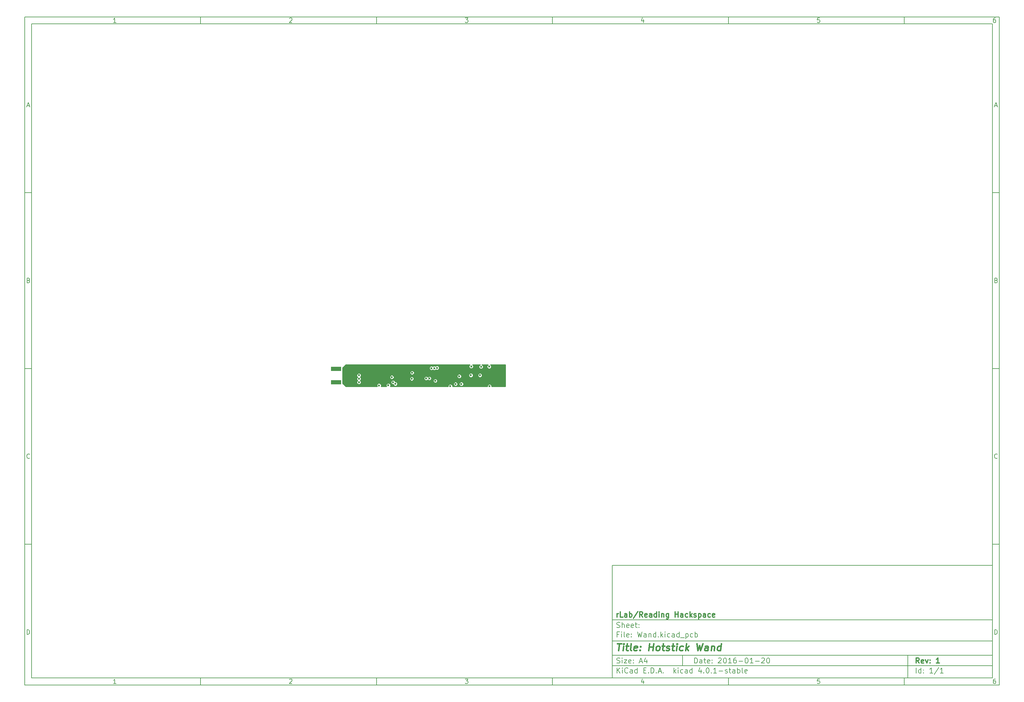
<source format=gbr>
G04 #@! TF.FileFunction,Copper,L2,Inr,Plane*
%FSLAX46Y46*%
G04 Gerber Fmt 4.6, Leading zero omitted, Abs format (unit mm)*
G04 Created by KiCad (PCBNEW 4.0.1-stable) date 29/01/2016 19:20:18*
%MOMM*%
G01*
G04 APERTURE LIST*
%ADD10C,0.100000*%
%ADD11C,0.150000*%
%ADD12C,0.300000*%
%ADD13C,0.400000*%
%ADD14R,3.000000X1.200000*%
%ADD15C,0.600000*%
%ADD16C,0.250000*%
%ADD17C,0.254000*%
G04 APERTURE END LIST*
D10*
D11*
X177002200Y-166007200D02*
X177002200Y-198007200D01*
X285002200Y-198007200D01*
X285002200Y-166007200D01*
X177002200Y-166007200D01*
D10*
D11*
X10000000Y-10000000D02*
X10000000Y-200007200D01*
X287002200Y-200007200D01*
X287002200Y-10000000D01*
X10000000Y-10000000D01*
D10*
D11*
X12000000Y-12000000D02*
X12000000Y-198007200D01*
X285002200Y-198007200D01*
X285002200Y-12000000D01*
X12000000Y-12000000D01*
D10*
D11*
X60000000Y-12000000D02*
X60000000Y-10000000D01*
D10*
D11*
X110000000Y-12000000D02*
X110000000Y-10000000D01*
D10*
D11*
X160000000Y-12000000D02*
X160000000Y-10000000D01*
D10*
D11*
X210000000Y-12000000D02*
X210000000Y-10000000D01*
D10*
D11*
X260000000Y-12000000D02*
X260000000Y-10000000D01*
D10*
D11*
X35990476Y-11588095D02*
X35247619Y-11588095D01*
X35619048Y-11588095D02*
X35619048Y-10288095D01*
X35495238Y-10473810D01*
X35371429Y-10597619D01*
X35247619Y-10659524D01*
D10*
D11*
X85247619Y-10411905D02*
X85309524Y-10350000D01*
X85433333Y-10288095D01*
X85742857Y-10288095D01*
X85866667Y-10350000D01*
X85928571Y-10411905D01*
X85990476Y-10535714D01*
X85990476Y-10659524D01*
X85928571Y-10845238D01*
X85185714Y-11588095D01*
X85990476Y-11588095D01*
D10*
D11*
X135185714Y-10288095D02*
X135990476Y-10288095D01*
X135557143Y-10783333D01*
X135742857Y-10783333D01*
X135866667Y-10845238D01*
X135928571Y-10907143D01*
X135990476Y-11030952D01*
X135990476Y-11340476D01*
X135928571Y-11464286D01*
X135866667Y-11526190D01*
X135742857Y-11588095D01*
X135371429Y-11588095D01*
X135247619Y-11526190D01*
X135185714Y-11464286D01*
D10*
D11*
X185866667Y-10721429D02*
X185866667Y-11588095D01*
X185557143Y-10226190D02*
X185247619Y-11154762D01*
X186052381Y-11154762D01*
D10*
D11*
X235928571Y-10288095D02*
X235309524Y-10288095D01*
X235247619Y-10907143D01*
X235309524Y-10845238D01*
X235433333Y-10783333D01*
X235742857Y-10783333D01*
X235866667Y-10845238D01*
X235928571Y-10907143D01*
X235990476Y-11030952D01*
X235990476Y-11340476D01*
X235928571Y-11464286D01*
X235866667Y-11526190D01*
X235742857Y-11588095D01*
X235433333Y-11588095D01*
X235309524Y-11526190D01*
X235247619Y-11464286D01*
D10*
D11*
X285866667Y-10288095D02*
X285619048Y-10288095D01*
X285495238Y-10350000D01*
X285433333Y-10411905D01*
X285309524Y-10597619D01*
X285247619Y-10845238D01*
X285247619Y-11340476D01*
X285309524Y-11464286D01*
X285371429Y-11526190D01*
X285495238Y-11588095D01*
X285742857Y-11588095D01*
X285866667Y-11526190D01*
X285928571Y-11464286D01*
X285990476Y-11340476D01*
X285990476Y-11030952D01*
X285928571Y-10907143D01*
X285866667Y-10845238D01*
X285742857Y-10783333D01*
X285495238Y-10783333D01*
X285371429Y-10845238D01*
X285309524Y-10907143D01*
X285247619Y-11030952D01*
D10*
D11*
X60000000Y-198007200D02*
X60000000Y-200007200D01*
D10*
D11*
X110000000Y-198007200D02*
X110000000Y-200007200D01*
D10*
D11*
X160000000Y-198007200D02*
X160000000Y-200007200D01*
D10*
D11*
X210000000Y-198007200D02*
X210000000Y-200007200D01*
D10*
D11*
X260000000Y-198007200D02*
X260000000Y-200007200D01*
D10*
D11*
X35990476Y-199595295D02*
X35247619Y-199595295D01*
X35619048Y-199595295D02*
X35619048Y-198295295D01*
X35495238Y-198481010D01*
X35371429Y-198604819D01*
X35247619Y-198666724D01*
D10*
D11*
X85247619Y-198419105D02*
X85309524Y-198357200D01*
X85433333Y-198295295D01*
X85742857Y-198295295D01*
X85866667Y-198357200D01*
X85928571Y-198419105D01*
X85990476Y-198542914D01*
X85990476Y-198666724D01*
X85928571Y-198852438D01*
X85185714Y-199595295D01*
X85990476Y-199595295D01*
D10*
D11*
X135185714Y-198295295D02*
X135990476Y-198295295D01*
X135557143Y-198790533D01*
X135742857Y-198790533D01*
X135866667Y-198852438D01*
X135928571Y-198914343D01*
X135990476Y-199038152D01*
X135990476Y-199347676D01*
X135928571Y-199471486D01*
X135866667Y-199533390D01*
X135742857Y-199595295D01*
X135371429Y-199595295D01*
X135247619Y-199533390D01*
X135185714Y-199471486D01*
D10*
D11*
X185866667Y-198728629D02*
X185866667Y-199595295D01*
X185557143Y-198233390D02*
X185247619Y-199161962D01*
X186052381Y-199161962D01*
D10*
D11*
X235928571Y-198295295D02*
X235309524Y-198295295D01*
X235247619Y-198914343D01*
X235309524Y-198852438D01*
X235433333Y-198790533D01*
X235742857Y-198790533D01*
X235866667Y-198852438D01*
X235928571Y-198914343D01*
X235990476Y-199038152D01*
X235990476Y-199347676D01*
X235928571Y-199471486D01*
X235866667Y-199533390D01*
X235742857Y-199595295D01*
X235433333Y-199595295D01*
X235309524Y-199533390D01*
X235247619Y-199471486D01*
D10*
D11*
X285866667Y-198295295D02*
X285619048Y-198295295D01*
X285495238Y-198357200D01*
X285433333Y-198419105D01*
X285309524Y-198604819D01*
X285247619Y-198852438D01*
X285247619Y-199347676D01*
X285309524Y-199471486D01*
X285371429Y-199533390D01*
X285495238Y-199595295D01*
X285742857Y-199595295D01*
X285866667Y-199533390D01*
X285928571Y-199471486D01*
X285990476Y-199347676D01*
X285990476Y-199038152D01*
X285928571Y-198914343D01*
X285866667Y-198852438D01*
X285742857Y-198790533D01*
X285495238Y-198790533D01*
X285371429Y-198852438D01*
X285309524Y-198914343D01*
X285247619Y-199038152D01*
D10*
D11*
X10000000Y-60000000D02*
X12000000Y-60000000D01*
D10*
D11*
X10000000Y-110000000D02*
X12000000Y-110000000D01*
D10*
D11*
X10000000Y-160000000D02*
X12000000Y-160000000D01*
D10*
D11*
X10690476Y-35216667D02*
X11309524Y-35216667D01*
X10566667Y-35588095D02*
X11000000Y-34288095D01*
X11433333Y-35588095D01*
D10*
D11*
X11092857Y-84907143D02*
X11278571Y-84969048D01*
X11340476Y-85030952D01*
X11402381Y-85154762D01*
X11402381Y-85340476D01*
X11340476Y-85464286D01*
X11278571Y-85526190D01*
X11154762Y-85588095D01*
X10659524Y-85588095D01*
X10659524Y-84288095D01*
X11092857Y-84288095D01*
X11216667Y-84350000D01*
X11278571Y-84411905D01*
X11340476Y-84535714D01*
X11340476Y-84659524D01*
X11278571Y-84783333D01*
X11216667Y-84845238D01*
X11092857Y-84907143D01*
X10659524Y-84907143D01*
D10*
D11*
X11402381Y-135464286D02*
X11340476Y-135526190D01*
X11154762Y-135588095D01*
X11030952Y-135588095D01*
X10845238Y-135526190D01*
X10721429Y-135402381D01*
X10659524Y-135278571D01*
X10597619Y-135030952D01*
X10597619Y-134845238D01*
X10659524Y-134597619D01*
X10721429Y-134473810D01*
X10845238Y-134350000D01*
X11030952Y-134288095D01*
X11154762Y-134288095D01*
X11340476Y-134350000D01*
X11402381Y-134411905D01*
D10*
D11*
X10659524Y-185588095D02*
X10659524Y-184288095D01*
X10969048Y-184288095D01*
X11154762Y-184350000D01*
X11278571Y-184473810D01*
X11340476Y-184597619D01*
X11402381Y-184845238D01*
X11402381Y-185030952D01*
X11340476Y-185278571D01*
X11278571Y-185402381D01*
X11154762Y-185526190D01*
X10969048Y-185588095D01*
X10659524Y-185588095D01*
D10*
D11*
X287002200Y-60000000D02*
X285002200Y-60000000D01*
D10*
D11*
X287002200Y-110000000D02*
X285002200Y-110000000D01*
D10*
D11*
X287002200Y-160000000D02*
X285002200Y-160000000D01*
D10*
D11*
X285692676Y-35216667D02*
X286311724Y-35216667D01*
X285568867Y-35588095D02*
X286002200Y-34288095D01*
X286435533Y-35588095D01*
D10*
D11*
X286095057Y-84907143D02*
X286280771Y-84969048D01*
X286342676Y-85030952D01*
X286404581Y-85154762D01*
X286404581Y-85340476D01*
X286342676Y-85464286D01*
X286280771Y-85526190D01*
X286156962Y-85588095D01*
X285661724Y-85588095D01*
X285661724Y-84288095D01*
X286095057Y-84288095D01*
X286218867Y-84350000D01*
X286280771Y-84411905D01*
X286342676Y-84535714D01*
X286342676Y-84659524D01*
X286280771Y-84783333D01*
X286218867Y-84845238D01*
X286095057Y-84907143D01*
X285661724Y-84907143D01*
D10*
D11*
X286404581Y-135464286D02*
X286342676Y-135526190D01*
X286156962Y-135588095D01*
X286033152Y-135588095D01*
X285847438Y-135526190D01*
X285723629Y-135402381D01*
X285661724Y-135278571D01*
X285599819Y-135030952D01*
X285599819Y-134845238D01*
X285661724Y-134597619D01*
X285723629Y-134473810D01*
X285847438Y-134350000D01*
X286033152Y-134288095D01*
X286156962Y-134288095D01*
X286342676Y-134350000D01*
X286404581Y-134411905D01*
D10*
D11*
X285661724Y-185588095D02*
X285661724Y-184288095D01*
X285971248Y-184288095D01*
X286156962Y-184350000D01*
X286280771Y-184473810D01*
X286342676Y-184597619D01*
X286404581Y-184845238D01*
X286404581Y-185030952D01*
X286342676Y-185278571D01*
X286280771Y-185402381D01*
X286156962Y-185526190D01*
X285971248Y-185588095D01*
X285661724Y-185588095D01*
D10*
D11*
X200359343Y-193785771D02*
X200359343Y-192285771D01*
X200716486Y-192285771D01*
X200930771Y-192357200D01*
X201073629Y-192500057D01*
X201145057Y-192642914D01*
X201216486Y-192928629D01*
X201216486Y-193142914D01*
X201145057Y-193428629D01*
X201073629Y-193571486D01*
X200930771Y-193714343D01*
X200716486Y-193785771D01*
X200359343Y-193785771D01*
X202502200Y-193785771D02*
X202502200Y-193000057D01*
X202430771Y-192857200D01*
X202287914Y-192785771D01*
X202002200Y-192785771D01*
X201859343Y-192857200D01*
X202502200Y-193714343D02*
X202359343Y-193785771D01*
X202002200Y-193785771D01*
X201859343Y-193714343D01*
X201787914Y-193571486D01*
X201787914Y-193428629D01*
X201859343Y-193285771D01*
X202002200Y-193214343D01*
X202359343Y-193214343D01*
X202502200Y-193142914D01*
X203002200Y-192785771D02*
X203573629Y-192785771D01*
X203216486Y-192285771D02*
X203216486Y-193571486D01*
X203287914Y-193714343D01*
X203430772Y-193785771D01*
X203573629Y-193785771D01*
X204645057Y-193714343D02*
X204502200Y-193785771D01*
X204216486Y-193785771D01*
X204073629Y-193714343D01*
X204002200Y-193571486D01*
X204002200Y-193000057D01*
X204073629Y-192857200D01*
X204216486Y-192785771D01*
X204502200Y-192785771D01*
X204645057Y-192857200D01*
X204716486Y-193000057D01*
X204716486Y-193142914D01*
X204002200Y-193285771D01*
X205359343Y-193642914D02*
X205430771Y-193714343D01*
X205359343Y-193785771D01*
X205287914Y-193714343D01*
X205359343Y-193642914D01*
X205359343Y-193785771D01*
X205359343Y-192857200D02*
X205430771Y-192928629D01*
X205359343Y-193000057D01*
X205287914Y-192928629D01*
X205359343Y-192857200D01*
X205359343Y-193000057D01*
X207145057Y-192428629D02*
X207216486Y-192357200D01*
X207359343Y-192285771D01*
X207716486Y-192285771D01*
X207859343Y-192357200D01*
X207930772Y-192428629D01*
X208002200Y-192571486D01*
X208002200Y-192714343D01*
X207930772Y-192928629D01*
X207073629Y-193785771D01*
X208002200Y-193785771D01*
X208930771Y-192285771D02*
X209073628Y-192285771D01*
X209216485Y-192357200D01*
X209287914Y-192428629D01*
X209359343Y-192571486D01*
X209430771Y-192857200D01*
X209430771Y-193214343D01*
X209359343Y-193500057D01*
X209287914Y-193642914D01*
X209216485Y-193714343D01*
X209073628Y-193785771D01*
X208930771Y-193785771D01*
X208787914Y-193714343D01*
X208716485Y-193642914D01*
X208645057Y-193500057D01*
X208573628Y-193214343D01*
X208573628Y-192857200D01*
X208645057Y-192571486D01*
X208716485Y-192428629D01*
X208787914Y-192357200D01*
X208930771Y-192285771D01*
X210859342Y-193785771D02*
X210002199Y-193785771D01*
X210430771Y-193785771D02*
X210430771Y-192285771D01*
X210287914Y-192500057D01*
X210145056Y-192642914D01*
X210002199Y-192714343D01*
X212145056Y-192285771D02*
X211859342Y-192285771D01*
X211716485Y-192357200D01*
X211645056Y-192428629D01*
X211502199Y-192642914D01*
X211430770Y-192928629D01*
X211430770Y-193500057D01*
X211502199Y-193642914D01*
X211573627Y-193714343D01*
X211716485Y-193785771D01*
X212002199Y-193785771D01*
X212145056Y-193714343D01*
X212216485Y-193642914D01*
X212287913Y-193500057D01*
X212287913Y-193142914D01*
X212216485Y-193000057D01*
X212145056Y-192928629D01*
X212002199Y-192857200D01*
X211716485Y-192857200D01*
X211573627Y-192928629D01*
X211502199Y-193000057D01*
X211430770Y-193142914D01*
X212930770Y-193214343D02*
X214073627Y-193214343D01*
X215073627Y-192285771D02*
X215216484Y-192285771D01*
X215359341Y-192357200D01*
X215430770Y-192428629D01*
X215502199Y-192571486D01*
X215573627Y-192857200D01*
X215573627Y-193214343D01*
X215502199Y-193500057D01*
X215430770Y-193642914D01*
X215359341Y-193714343D01*
X215216484Y-193785771D01*
X215073627Y-193785771D01*
X214930770Y-193714343D01*
X214859341Y-193642914D01*
X214787913Y-193500057D01*
X214716484Y-193214343D01*
X214716484Y-192857200D01*
X214787913Y-192571486D01*
X214859341Y-192428629D01*
X214930770Y-192357200D01*
X215073627Y-192285771D01*
X217002198Y-193785771D02*
X216145055Y-193785771D01*
X216573627Y-193785771D02*
X216573627Y-192285771D01*
X216430770Y-192500057D01*
X216287912Y-192642914D01*
X216145055Y-192714343D01*
X217645055Y-193214343D02*
X218787912Y-193214343D01*
X219430769Y-192428629D02*
X219502198Y-192357200D01*
X219645055Y-192285771D01*
X220002198Y-192285771D01*
X220145055Y-192357200D01*
X220216484Y-192428629D01*
X220287912Y-192571486D01*
X220287912Y-192714343D01*
X220216484Y-192928629D01*
X219359341Y-193785771D01*
X220287912Y-193785771D01*
X221216483Y-192285771D02*
X221359340Y-192285771D01*
X221502197Y-192357200D01*
X221573626Y-192428629D01*
X221645055Y-192571486D01*
X221716483Y-192857200D01*
X221716483Y-193214343D01*
X221645055Y-193500057D01*
X221573626Y-193642914D01*
X221502197Y-193714343D01*
X221359340Y-193785771D01*
X221216483Y-193785771D01*
X221073626Y-193714343D01*
X221002197Y-193642914D01*
X220930769Y-193500057D01*
X220859340Y-193214343D01*
X220859340Y-192857200D01*
X220930769Y-192571486D01*
X221002197Y-192428629D01*
X221073626Y-192357200D01*
X221216483Y-192285771D01*
D10*
D11*
X177002200Y-194507200D02*
X285002200Y-194507200D01*
D10*
D11*
X178359343Y-196585771D02*
X178359343Y-195085771D01*
X179216486Y-196585771D02*
X178573629Y-195728629D01*
X179216486Y-195085771D02*
X178359343Y-195942914D01*
X179859343Y-196585771D02*
X179859343Y-195585771D01*
X179859343Y-195085771D02*
X179787914Y-195157200D01*
X179859343Y-195228629D01*
X179930771Y-195157200D01*
X179859343Y-195085771D01*
X179859343Y-195228629D01*
X181430772Y-196442914D02*
X181359343Y-196514343D01*
X181145057Y-196585771D01*
X181002200Y-196585771D01*
X180787915Y-196514343D01*
X180645057Y-196371486D01*
X180573629Y-196228629D01*
X180502200Y-195942914D01*
X180502200Y-195728629D01*
X180573629Y-195442914D01*
X180645057Y-195300057D01*
X180787915Y-195157200D01*
X181002200Y-195085771D01*
X181145057Y-195085771D01*
X181359343Y-195157200D01*
X181430772Y-195228629D01*
X182716486Y-196585771D02*
X182716486Y-195800057D01*
X182645057Y-195657200D01*
X182502200Y-195585771D01*
X182216486Y-195585771D01*
X182073629Y-195657200D01*
X182716486Y-196514343D02*
X182573629Y-196585771D01*
X182216486Y-196585771D01*
X182073629Y-196514343D01*
X182002200Y-196371486D01*
X182002200Y-196228629D01*
X182073629Y-196085771D01*
X182216486Y-196014343D01*
X182573629Y-196014343D01*
X182716486Y-195942914D01*
X184073629Y-196585771D02*
X184073629Y-195085771D01*
X184073629Y-196514343D02*
X183930772Y-196585771D01*
X183645058Y-196585771D01*
X183502200Y-196514343D01*
X183430772Y-196442914D01*
X183359343Y-196300057D01*
X183359343Y-195871486D01*
X183430772Y-195728629D01*
X183502200Y-195657200D01*
X183645058Y-195585771D01*
X183930772Y-195585771D01*
X184073629Y-195657200D01*
X185930772Y-195800057D02*
X186430772Y-195800057D01*
X186645058Y-196585771D02*
X185930772Y-196585771D01*
X185930772Y-195085771D01*
X186645058Y-195085771D01*
X187287915Y-196442914D02*
X187359343Y-196514343D01*
X187287915Y-196585771D01*
X187216486Y-196514343D01*
X187287915Y-196442914D01*
X187287915Y-196585771D01*
X188002201Y-196585771D02*
X188002201Y-195085771D01*
X188359344Y-195085771D01*
X188573629Y-195157200D01*
X188716487Y-195300057D01*
X188787915Y-195442914D01*
X188859344Y-195728629D01*
X188859344Y-195942914D01*
X188787915Y-196228629D01*
X188716487Y-196371486D01*
X188573629Y-196514343D01*
X188359344Y-196585771D01*
X188002201Y-196585771D01*
X189502201Y-196442914D02*
X189573629Y-196514343D01*
X189502201Y-196585771D01*
X189430772Y-196514343D01*
X189502201Y-196442914D01*
X189502201Y-196585771D01*
X190145058Y-196157200D02*
X190859344Y-196157200D01*
X190002201Y-196585771D02*
X190502201Y-195085771D01*
X191002201Y-196585771D01*
X191502201Y-196442914D02*
X191573629Y-196514343D01*
X191502201Y-196585771D01*
X191430772Y-196514343D01*
X191502201Y-196442914D01*
X191502201Y-196585771D01*
X194502201Y-196585771D02*
X194502201Y-195085771D01*
X194645058Y-196014343D02*
X195073629Y-196585771D01*
X195073629Y-195585771D02*
X194502201Y-196157200D01*
X195716487Y-196585771D02*
X195716487Y-195585771D01*
X195716487Y-195085771D02*
X195645058Y-195157200D01*
X195716487Y-195228629D01*
X195787915Y-195157200D01*
X195716487Y-195085771D01*
X195716487Y-195228629D01*
X197073630Y-196514343D02*
X196930773Y-196585771D01*
X196645059Y-196585771D01*
X196502201Y-196514343D01*
X196430773Y-196442914D01*
X196359344Y-196300057D01*
X196359344Y-195871486D01*
X196430773Y-195728629D01*
X196502201Y-195657200D01*
X196645059Y-195585771D01*
X196930773Y-195585771D01*
X197073630Y-195657200D01*
X198359344Y-196585771D02*
X198359344Y-195800057D01*
X198287915Y-195657200D01*
X198145058Y-195585771D01*
X197859344Y-195585771D01*
X197716487Y-195657200D01*
X198359344Y-196514343D02*
X198216487Y-196585771D01*
X197859344Y-196585771D01*
X197716487Y-196514343D01*
X197645058Y-196371486D01*
X197645058Y-196228629D01*
X197716487Y-196085771D01*
X197859344Y-196014343D01*
X198216487Y-196014343D01*
X198359344Y-195942914D01*
X199716487Y-196585771D02*
X199716487Y-195085771D01*
X199716487Y-196514343D02*
X199573630Y-196585771D01*
X199287916Y-196585771D01*
X199145058Y-196514343D01*
X199073630Y-196442914D01*
X199002201Y-196300057D01*
X199002201Y-195871486D01*
X199073630Y-195728629D01*
X199145058Y-195657200D01*
X199287916Y-195585771D01*
X199573630Y-195585771D01*
X199716487Y-195657200D01*
X202216487Y-195585771D02*
X202216487Y-196585771D01*
X201859344Y-195014343D02*
X201502201Y-196085771D01*
X202430773Y-196085771D01*
X203002201Y-196442914D02*
X203073629Y-196514343D01*
X203002201Y-196585771D01*
X202930772Y-196514343D01*
X203002201Y-196442914D01*
X203002201Y-196585771D01*
X204002201Y-195085771D02*
X204145058Y-195085771D01*
X204287915Y-195157200D01*
X204359344Y-195228629D01*
X204430773Y-195371486D01*
X204502201Y-195657200D01*
X204502201Y-196014343D01*
X204430773Y-196300057D01*
X204359344Y-196442914D01*
X204287915Y-196514343D01*
X204145058Y-196585771D01*
X204002201Y-196585771D01*
X203859344Y-196514343D01*
X203787915Y-196442914D01*
X203716487Y-196300057D01*
X203645058Y-196014343D01*
X203645058Y-195657200D01*
X203716487Y-195371486D01*
X203787915Y-195228629D01*
X203859344Y-195157200D01*
X204002201Y-195085771D01*
X205145058Y-196442914D02*
X205216486Y-196514343D01*
X205145058Y-196585771D01*
X205073629Y-196514343D01*
X205145058Y-196442914D01*
X205145058Y-196585771D01*
X206645058Y-196585771D02*
X205787915Y-196585771D01*
X206216487Y-196585771D02*
X206216487Y-195085771D01*
X206073630Y-195300057D01*
X205930772Y-195442914D01*
X205787915Y-195514343D01*
X207287915Y-196014343D02*
X208430772Y-196014343D01*
X209073629Y-196514343D02*
X209216486Y-196585771D01*
X209502201Y-196585771D01*
X209645058Y-196514343D01*
X209716486Y-196371486D01*
X209716486Y-196300057D01*
X209645058Y-196157200D01*
X209502201Y-196085771D01*
X209287915Y-196085771D01*
X209145058Y-196014343D01*
X209073629Y-195871486D01*
X209073629Y-195800057D01*
X209145058Y-195657200D01*
X209287915Y-195585771D01*
X209502201Y-195585771D01*
X209645058Y-195657200D01*
X210145058Y-195585771D02*
X210716487Y-195585771D01*
X210359344Y-195085771D02*
X210359344Y-196371486D01*
X210430772Y-196514343D01*
X210573630Y-196585771D01*
X210716487Y-196585771D01*
X211859344Y-196585771D02*
X211859344Y-195800057D01*
X211787915Y-195657200D01*
X211645058Y-195585771D01*
X211359344Y-195585771D01*
X211216487Y-195657200D01*
X211859344Y-196514343D02*
X211716487Y-196585771D01*
X211359344Y-196585771D01*
X211216487Y-196514343D01*
X211145058Y-196371486D01*
X211145058Y-196228629D01*
X211216487Y-196085771D01*
X211359344Y-196014343D01*
X211716487Y-196014343D01*
X211859344Y-195942914D01*
X212573630Y-196585771D02*
X212573630Y-195085771D01*
X212573630Y-195657200D02*
X212716487Y-195585771D01*
X213002201Y-195585771D01*
X213145058Y-195657200D01*
X213216487Y-195728629D01*
X213287916Y-195871486D01*
X213287916Y-196300057D01*
X213216487Y-196442914D01*
X213145058Y-196514343D01*
X213002201Y-196585771D01*
X212716487Y-196585771D01*
X212573630Y-196514343D01*
X214145059Y-196585771D02*
X214002201Y-196514343D01*
X213930773Y-196371486D01*
X213930773Y-195085771D01*
X215287915Y-196514343D02*
X215145058Y-196585771D01*
X214859344Y-196585771D01*
X214716487Y-196514343D01*
X214645058Y-196371486D01*
X214645058Y-195800057D01*
X214716487Y-195657200D01*
X214859344Y-195585771D01*
X215145058Y-195585771D01*
X215287915Y-195657200D01*
X215359344Y-195800057D01*
X215359344Y-195942914D01*
X214645058Y-196085771D01*
D10*
D11*
X177002200Y-191507200D02*
X285002200Y-191507200D01*
D10*
D12*
X264216486Y-193785771D02*
X263716486Y-193071486D01*
X263359343Y-193785771D02*
X263359343Y-192285771D01*
X263930771Y-192285771D01*
X264073629Y-192357200D01*
X264145057Y-192428629D01*
X264216486Y-192571486D01*
X264216486Y-192785771D01*
X264145057Y-192928629D01*
X264073629Y-193000057D01*
X263930771Y-193071486D01*
X263359343Y-193071486D01*
X265430771Y-193714343D02*
X265287914Y-193785771D01*
X265002200Y-193785771D01*
X264859343Y-193714343D01*
X264787914Y-193571486D01*
X264787914Y-193000057D01*
X264859343Y-192857200D01*
X265002200Y-192785771D01*
X265287914Y-192785771D01*
X265430771Y-192857200D01*
X265502200Y-193000057D01*
X265502200Y-193142914D01*
X264787914Y-193285771D01*
X266002200Y-192785771D02*
X266359343Y-193785771D01*
X266716485Y-192785771D01*
X267287914Y-193642914D02*
X267359342Y-193714343D01*
X267287914Y-193785771D01*
X267216485Y-193714343D01*
X267287914Y-193642914D01*
X267287914Y-193785771D01*
X267287914Y-192857200D02*
X267359342Y-192928629D01*
X267287914Y-193000057D01*
X267216485Y-192928629D01*
X267287914Y-192857200D01*
X267287914Y-193000057D01*
X269930771Y-193785771D02*
X269073628Y-193785771D01*
X269502200Y-193785771D02*
X269502200Y-192285771D01*
X269359343Y-192500057D01*
X269216485Y-192642914D01*
X269073628Y-192714343D01*
D10*
D11*
X178287914Y-193714343D02*
X178502200Y-193785771D01*
X178859343Y-193785771D01*
X179002200Y-193714343D01*
X179073629Y-193642914D01*
X179145057Y-193500057D01*
X179145057Y-193357200D01*
X179073629Y-193214343D01*
X179002200Y-193142914D01*
X178859343Y-193071486D01*
X178573629Y-193000057D01*
X178430771Y-192928629D01*
X178359343Y-192857200D01*
X178287914Y-192714343D01*
X178287914Y-192571486D01*
X178359343Y-192428629D01*
X178430771Y-192357200D01*
X178573629Y-192285771D01*
X178930771Y-192285771D01*
X179145057Y-192357200D01*
X179787914Y-193785771D02*
X179787914Y-192785771D01*
X179787914Y-192285771D02*
X179716485Y-192357200D01*
X179787914Y-192428629D01*
X179859342Y-192357200D01*
X179787914Y-192285771D01*
X179787914Y-192428629D01*
X180359343Y-192785771D02*
X181145057Y-192785771D01*
X180359343Y-193785771D01*
X181145057Y-193785771D01*
X182287914Y-193714343D02*
X182145057Y-193785771D01*
X181859343Y-193785771D01*
X181716486Y-193714343D01*
X181645057Y-193571486D01*
X181645057Y-193000057D01*
X181716486Y-192857200D01*
X181859343Y-192785771D01*
X182145057Y-192785771D01*
X182287914Y-192857200D01*
X182359343Y-193000057D01*
X182359343Y-193142914D01*
X181645057Y-193285771D01*
X183002200Y-193642914D02*
X183073628Y-193714343D01*
X183002200Y-193785771D01*
X182930771Y-193714343D01*
X183002200Y-193642914D01*
X183002200Y-193785771D01*
X183002200Y-192857200D02*
X183073628Y-192928629D01*
X183002200Y-193000057D01*
X182930771Y-192928629D01*
X183002200Y-192857200D01*
X183002200Y-193000057D01*
X184787914Y-193357200D02*
X185502200Y-193357200D01*
X184645057Y-193785771D02*
X185145057Y-192285771D01*
X185645057Y-193785771D01*
X186787914Y-192785771D02*
X186787914Y-193785771D01*
X186430771Y-192214343D02*
X186073628Y-193285771D01*
X187002200Y-193285771D01*
D10*
D11*
X263359343Y-196585771D02*
X263359343Y-195085771D01*
X264716486Y-196585771D02*
X264716486Y-195085771D01*
X264716486Y-196514343D02*
X264573629Y-196585771D01*
X264287915Y-196585771D01*
X264145057Y-196514343D01*
X264073629Y-196442914D01*
X264002200Y-196300057D01*
X264002200Y-195871486D01*
X264073629Y-195728629D01*
X264145057Y-195657200D01*
X264287915Y-195585771D01*
X264573629Y-195585771D01*
X264716486Y-195657200D01*
X265430772Y-196442914D02*
X265502200Y-196514343D01*
X265430772Y-196585771D01*
X265359343Y-196514343D01*
X265430772Y-196442914D01*
X265430772Y-196585771D01*
X265430772Y-195657200D02*
X265502200Y-195728629D01*
X265430772Y-195800057D01*
X265359343Y-195728629D01*
X265430772Y-195657200D01*
X265430772Y-195800057D01*
X268073629Y-196585771D02*
X267216486Y-196585771D01*
X267645058Y-196585771D02*
X267645058Y-195085771D01*
X267502201Y-195300057D01*
X267359343Y-195442914D01*
X267216486Y-195514343D01*
X269787914Y-195014343D02*
X268502200Y-196942914D01*
X271073629Y-196585771D02*
X270216486Y-196585771D01*
X270645058Y-196585771D02*
X270645058Y-195085771D01*
X270502201Y-195300057D01*
X270359343Y-195442914D01*
X270216486Y-195514343D01*
D10*
D11*
X177002200Y-187507200D02*
X285002200Y-187507200D01*
D10*
D13*
X178454581Y-188211962D02*
X179597438Y-188211962D01*
X178776010Y-190211962D02*
X179026010Y-188211962D01*
X180014105Y-190211962D02*
X180180771Y-188878629D01*
X180264105Y-188211962D02*
X180156962Y-188307200D01*
X180240295Y-188402438D01*
X180347439Y-188307200D01*
X180264105Y-188211962D01*
X180240295Y-188402438D01*
X180847438Y-188878629D02*
X181609343Y-188878629D01*
X181216486Y-188211962D02*
X181002200Y-189926248D01*
X181073630Y-190116724D01*
X181252201Y-190211962D01*
X181442677Y-190211962D01*
X182395058Y-190211962D02*
X182216487Y-190116724D01*
X182145057Y-189926248D01*
X182359343Y-188211962D01*
X183930772Y-190116724D02*
X183728391Y-190211962D01*
X183347439Y-190211962D01*
X183168867Y-190116724D01*
X183097438Y-189926248D01*
X183192676Y-189164343D01*
X183311724Y-188973867D01*
X183514105Y-188878629D01*
X183895057Y-188878629D01*
X184073629Y-188973867D01*
X184145057Y-189164343D01*
X184121248Y-189354819D01*
X183145057Y-189545295D01*
X184895057Y-190021486D02*
X184978392Y-190116724D01*
X184871248Y-190211962D01*
X184787915Y-190116724D01*
X184895057Y-190021486D01*
X184871248Y-190211962D01*
X185026010Y-188973867D02*
X185109344Y-189069105D01*
X185002200Y-189164343D01*
X184918867Y-189069105D01*
X185026010Y-188973867D01*
X185002200Y-189164343D01*
X187347439Y-190211962D02*
X187597439Y-188211962D01*
X187478391Y-189164343D02*
X188621249Y-189164343D01*
X188490297Y-190211962D02*
X188740297Y-188211962D01*
X189728392Y-190211962D02*
X189549821Y-190116724D01*
X189466486Y-190021486D01*
X189395058Y-189831010D01*
X189466486Y-189259581D01*
X189585534Y-189069105D01*
X189692678Y-188973867D01*
X189895058Y-188878629D01*
X190180772Y-188878629D01*
X190359344Y-188973867D01*
X190442677Y-189069105D01*
X190514105Y-189259581D01*
X190442677Y-189831010D01*
X190323629Y-190021486D01*
X190216487Y-190116724D01*
X190014106Y-190211962D01*
X189728392Y-190211962D01*
X191133153Y-188878629D02*
X191895058Y-188878629D01*
X191502201Y-188211962D02*
X191287915Y-189926248D01*
X191359345Y-190116724D01*
X191537916Y-190211962D01*
X191728392Y-190211962D01*
X192311725Y-190116724D02*
X192490297Y-190211962D01*
X192871249Y-190211962D01*
X193073630Y-190116724D01*
X193192677Y-189926248D01*
X193204582Y-189831010D01*
X193133153Y-189640533D01*
X192954582Y-189545295D01*
X192668868Y-189545295D01*
X192490296Y-189450057D01*
X192418867Y-189259581D01*
X192430772Y-189164343D01*
X192549820Y-188973867D01*
X192752201Y-188878629D01*
X193037915Y-188878629D01*
X193216487Y-188973867D01*
X193895058Y-188878629D02*
X194656963Y-188878629D01*
X194264106Y-188211962D02*
X194049820Y-189926248D01*
X194121250Y-190116724D01*
X194299821Y-190211962D01*
X194490297Y-190211962D01*
X195156963Y-190211962D02*
X195323629Y-188878629D01*
X195406963Y-188211962D02*
X195299820Y-188307200D01*
X195383153Y-188402438D01*
X195490297Y-188307200D01*
X195406963Y-188211962D01*
X195383153Y-188402438D01*
X196978392Y-190116724D02*
X196776011Y-190211962D01*
X196395059Y-190211962D01*
X196216488Y-190116724D01*
X196133153Y-190021486D01*
X196061725Y-189831010D01*
X196133153Y-189259581D01*
X196252201Y-189069105D01*
X196359345Y-188973867D01*
X196561725Y-188878629D01*
X196942677Y-188878629D01*
X197121249Y-188973867D01*
X197823630Y-190211962D02*
X198073630Y-188211962D01*
X198109345Y-189450057D02*
X198585535Y-190211962D01*
X198752201Y-188878629D02*
X197895058Y-189640533D01*
X201026012Y-188211962D02*
X201252203Y-190211962D01*
X201811726Y-188783390D01*
X202014108Y-190211962D01*
X202740298Y-188211962D01*
X204109345Y-190211962D02*
X204240297Y-189164343D01*
X204168869Y-188973867D01*
X203990297Y-188878629D01*
X203609345Y-188878629D01*
X203406964Y-188973867D01*
X204121250Y-190116724D02*
X203918869Y-190211962D01*
X203442679Y-190211962D01*
X203264107Y-190116724D01*
X203192678Y-189926248D01*
X203216488Y-189735771D01*
X203335535Y-189545295D01*
X203537917Y-189450057D01*
X204014107Y-189450057D01*
X204216488Y-189354819D01*
X205228392Y-188878629D02*
X205061726Y-190211962D01*
X205204583Y-189069105D02*
X205311727Y-188973867D01*
X205514107Y-188878629D01*
X205799821Y-188878629D01*
X205978393Y-188973867D01*
X206049821Y-189164343D01*
X205918869Y-190211962D01*
X207728393Y-190211962D02*
X207978393Y-188211962D01*
X207740298Y-190116724D02*
X207537917Y-190211962D01*
X207156965Y-190211962D01*
X206978394Y-190116724D01*
X206895059Y-190021486D01*
X206823631Y-189831010D01*
X206895059Y-189259581D01*
X207014107Y-189069105D01*
X207121251Y-188973867D01*
X207323631Y-188878629D01*
X207704583Y-188878629D01*
X207883155Y-188973867D01*
D10*
D11*
X178859343Y-185600057D02*
X178359343Y-185600057D01*
X178359343Y-186385771D02*
X178359343Y-184885771D01*
X179073629Y-184885771D01*
X179645057Y-186385771D02*
X179645057Y-185385771D01*
X179645057Y-184885771D02*
X179573628Y-184957200D01*
X179645057Y-185028629D01*
X179716485Y-184957200D01*
X179645057Y-184885771D01*
X179645057Y-185028629D01*
X180573629Y-186385771D02*
X180430771Y-186314343D01*
X180359343Y-186171486D01*
X180359343Y-184885771D01*
X181716485Y-186314343D02*
X181573628Y-186385771D01*
X181287914Y-186385771D01*
X181145057Y-186314343D01*
X181073628Y-186171486D01*
X181073628Y-185600057D01*
X181145057Y-185457200D01*
X181287914Y-185385771D01*
X181573628Y-185385771D01*
X181716485Y-185457200D01*
X181787914Y-185600057D01*
X181787914Y-185742914D01*
X181073628Y-185885771D01*
X182430771Y-186242914D02*
X182502199Y-186314343D01*
X182430771Y-186385771D01*
X182359342Y-186314343D01*
X182430771Y-186242914D01*
X182430771Y-186385771D01*
X182430771Y-185457200D02*
X182502199Y-185528629D01*
X182430771Y-185600057D01*
X182359342Y-185528629D01*
X182430771Y-185457200D01*
X182430771Y-185600057D01*
X184145057Y-184885771D02*
X184502200Y-186385771D01*
X184787914Y-185314343D01*
X185073628Y-186385771D01*
X185430771Y-184885771D01*
X186645057Y-186385771D02*
X186645057Y-185600057D01*
X186573628Y-185457200D01*
X186430771Y-185385771D01*
X186145057Y-185385771D01*
X186002200Y-185457200D01*
X186645057Y-186314343D02*
X186502200Y-186385771D01*
X186145057Y-186385771D01*
X186002200Y-186314343D01*
X185930771Y-186171486D01*
X185930771Y-186028629D01*
X186002200Y-185885771D01*
X186145057Y-185814343D01*
X186502200Y-185814343D01*
X186645057Y-185742914D01*
X187359343Y-185385771D02*
X187359343Y-186385771D01*
X187359343Y-185528629D02*
X187430771Y-185457200D01*
X187573629Y-185385771D01*
X187787914Y-185385771D01*
X187930771Y-185457200D01*
X188002200Y-185600057D01*
X188002200Y-186385771D01*
X189359343Y-186385771D02*
X189359343Y-184885771D01*
X189359343Y-186314343D02*
X189216486Y-186385771D01*
X188930772Y-186385771D01*
X188787914Y-186314343D01*
X188716486Y-186242914D01*
X188645057Y-186100057D01*
X188645057Y-185671486D01*
X188716486Y-185528629D01*
X188787914Y-185457200D01*
X188930772Y-185385771D01*
X189216486Y-185385771D01*
X189359343Y-185457200D01*
X190073629Y-186242914D02*
X190145057Y-186314343D01*
X190073629Y-186385771D01*
X190002200Y-186314343D01*
X190073629Y-186242914D01*
X190073629Y-186385771D01*
X190787915Y-186385771D02*
X190787915Y-184885771D01*
X190930772Y-185814343D02*
X191359343Y-186385771D01*
X191359343Y-185385771D02*
X190787915Y-185957200D01*
X192002201Y-186385771D02*
X192002201Y-185385771D01*
X192002201Y-184885771D02*
X191930772Y-184957200D01*
X192002201Y-185028629D01*
X192073629Y-184957200D01*
X192002201Y-184885771D01*
X192002201Y-185028629D01*
X193359344Y-186314343D02*
X193216487Y-186385771D01*
X192930773Y-186385771D01*
X192787915Y-186314343D01*
X192716487Y-186242914D01*
X192645058Y-186100057D01*
X192645058Y-185671486D01*
X192716487Y-185528629D01*
X192787915Y-185457200D01*
X192930773Y-185385771D01*
X193216487Y-185385771D01*
X193359344Y-185457200D01*
X194645058Y-186385771D02*
X194645058Y-185600057D01*
X194573629Y-185457200D01*
X194430772Y-185385771D01*
X194145058Y-185385771D01*
X194002201Y-185457200D01*
X194645058Y-186314343D02*
X194502201Y-186385771D01*
X194145058Y-186385771D01*
X194002201Y-186314343D01*
X193930772Y-186171486D01*
X193930772Y-186028629D01*
X194002201Y-185885771D01*
X194145058Y-185814343D01*
X194502201Y-185814343D01*
X194645058Y-185742914D01*
X196002201Y-186385771D02*
X196002201Y-184885771D01*
X196002201Y-186314343D02*
X195859344Y-186385771D01*
X195573630Y-186385771D01*
X195430772Y-186314343D01*
X195359344Y-186242914D01*
X195287915Y-186100057D01*
X195287915Y-185671486D01*
X195359344Y-185528629D01*
X195430772Y-185457200D01*
X195573630Y-185385771D01*
X195859344Y-185385771D01*
X196002201Y-185457200D01*
X196359344Y-186528629D02*
X197502201Y-186528629D01*
X197859344Y-185385771D02*
X197859344Y-186885771D01*
X197859344Y-185457200D02*
X198002201Y-185385771D01*
X198287915Y-185385771D01*
X198430772Y-185457200D01*
X198502201Y-185528629D01*
X198573630Y-185671486D01*
X198573630Y-186100057D01*
X198502201Y-186242914D01*
X198430772Y-186314343D01*
X198287915Y-186385771D01*
X198002201Y-186385771D01*
X197859344Y-186314343D01*
X199859344Y-186314343D02*
X199716487Y-186385771D01*
X199430773Y-186385771D01*
X199287915Y-186314343D01*
X199216487Y-186242914D01*
X199145058Y-186100057D01*
X199145058Y-185671486D01*
X199216487Y-185528629D01*
X199287915Y-185457200D01*
X199430773Y-185385771D01*
X199716487Y-185385771D01*
X199859344Y-185457200D01*
X200502201Y-186385771D02*
X200502201Y-184885771D01*
X200502201Y-185457200D02*
X200645058Y-185385771D01*
X200930772Y-185385771D01*
X201073629Y-185457200D01*
X201145058Y-185528629D01*
X201216487Y-185671486D01*
X201216487Y-186100057D01*
X201145058Y-186242914D01*
X201073629Y-186314343D01*
X200930772Y-186385771D01*
X200645058Y-186385771D01*
X200502201Y-186314343D01*
D10*
D11*
X177002200Y-181507200D02*
X285002200Y-181507200D01*
D10*
D11*
X178287914Y-183614343D02*
X178502200Y-183685771D01*
X178859343Y-183685771D01*
X179002200Y-183614343D01*
X179073629Y-183542914D01*
X179145057Y-183400057D01*
X179145057Y-183257200D01*
X179073629Y-183114343D01*
X179002200Y-183042914D01*
X178859343Y-182971486D01*
X178573629Y-182900057D01*
X178430771Y-182828629D01*
X178359343Y-182757200D01*
X178287914Y-182614343D01*
X178287914Y-182471486D01*
X178359343Y-182328629D01*
X178430771Y-182257200D01*
X178573629Y-182185771D01*
X178930771Y-182185771D01*
X179145057Y-182257200D01*
X179787914Y-183685771D02*
X179787914Y-182185771D01*
X180430771Y-183685771D02*
X180430771Y-182900057D01*
X180359342Y-182757200D01*
X180216485Y-182685771D01*
X180002200Y-182685771D01*
X179859342Y-182757200D01*
X179787914Y-182828629D01*
X181716485Y-183614343D02*
X181573628Y-183685771D01*
X181287914Y-183685771D01*
X181145057Y-183614343D01*
X181073628Y-183471486D01*
X181073628Y-182900057D01*
X181145057Y-182757200D01*
X181287914Y-182685771D01*
X181573628Y-182685771D01*
X181716485Y-182757200D01*
X181787914Y-182900057D01*
X181787914Y-183042914D01*
X181073628Y-183185771D01*
X183002199Y-183614343D02*
X182859342Y-183685771D01*
X182573628Y-183685771D01*
X182430771Y-183614343D01*
X182359342Y-183471486D01*
X182359342Y-182900057D01*
X182430771Y-182757200D01*
X182573628Y-182685771D01*
X182859342Y-182685771D01*
X183002199Y-182757200D01*
X183073628Y-182900057D01*
X183073628Y-183042914D01*
X182359342Y-183185771D01*
X183502199Y-182685771D02*
X184073628Y-182685771D01*
X183716485Y-182185771D02*
X183716485Y-183471486D01*
X183787913Y-183614343D01*
X183930771Y-183685771D01*
X184073628Y-183685771D01*
X184573628Y-183542914D02*
X184645056Y-183614343D01*
X184573628Y-183685771D01*
X184502199Y-183614343D01*
X184573628Y-183542914D01*
X184573628Y-183685771D01*
X184573628Y-182757200D02*
X184645056Y-182828629D01*
X184573628Y-182900057D01*
X184502199Y-182828629D01*
X184573628Y-182757200D01*
X184573628Y-182900057D01*
D10*
D12*
X178359343Y-180685771D02*
X178359343Y-179685771D01*
X178359343Y-179971486D02*
X178430771Y-179828629D01*
X178502200Y-179757200D01*
X178645057Y-179685771D01*
X178787914Y-179685771D01*
X180002200Y-180685771D02*
X179287914Y-180685771D01*
X179287914Y-179185771D01*
X181145057Y-180685771D02*
X181145057Y-179900057D01*
X181073628Y-179757200D01*
X180930771Y-179685771D01*
X180645057Y-179685771D01*
X180502200Y-179757200D01*
X181145057Y-180614343D02*
X181002200Y-180685771D01*
X180645057Y-180685771D01*
X180502200Y-180614343D01*
X180430771Y-180471486D01*
X180430771Y-180328629D01*
X180502200Y-180185771D01*
X180645057Y-180114343D01*
X181002200Y-180114343D01*
X181145057Y-180042914D01*
X181859343Y-180685771D02*
X181859343Y-179185771D01*
X181859343Y-179757200D02*
X182002200Y-179685771D01*
X182287914Y-179685771D01*
X182430771Y-179757200D01*
X182502200Y-179828629D01*
X182573629Y-179971486D01*
X182573629Y-180400057D01*
X182502200Y-180542914D01*
X182430771Y-180614343D01*
X182287914Y-180685771D01*
X182002200Y-180685771D01*
X181859343Y-180614343D01*
X184287914Y-179114343D02*
X183002200Y-181042914D01*
X185645058Y-180685771D02*
X185145058Y-179971486D01*
X184787915Y-180685771D02*
X184787915Y-179185771D01*
X185359343Y-179185771D01*
X185502201Y-179257200D01*
X185573629Y-179328629D01*
X185645058Y-179471486D01*
X185645058Y-179685771D01*
X185573629Y-179828629D01*
X185502201Y-179900057D01*
X185359343Y-179971486D01*
X184787915Y-179971486D01*
X186859343Y-180614343D02*
X186716486Y-180685771D01*
X186430772Y-180685771D01*
X186287915Y-180614343D01*
X186216486Y-180471486D01*
X186216486Y-179900057D01*
X186287915Y-179757200D01*
X186430772Y-179685771D01*
X186716486Y-179685771D01*
X186859343Y-179757200D01*
X186930772Y-179900057D01*
X186930772Y-180042914D01*
X186216486Y-180185771D01*
X188216486Y-180685771D02*
X188216486Y-179900057D01*
X188145057Y-179757200D01*
X188002200Y-179685771D01*
X187716486Y-179685771D01*
X187573629Y-179757200D01*
X188216486Y-180614343D02*
X188073629Y-180685771D01*
X187716486Y-180685771D01*
X187573629Y-180614343D01*
X187502200Y-180471486D01*
X187502200Y-180328629D01*
X187573629Y-180185771D01*
X187716486Y-180114343D01*
X188073629Y-180114343D01*
X188216486Y-180042914D01*
X189573629Y-180685771D02*
X189573629Y-179185771D01*
X189573629Y-180614343D02*
X189430772Y-180685771D01*
X189145058Y-180685771D01*
X189002200Y-180614343D01*
X188930772Y-180542914D01*
X188859343Y-180400057D01*
X188859343Y-179971486D01*
X188930772Y-179828629D01*
X189002200Y-179757200D01*
X189145058Y-179685771D01*
X189430772Y-179685771D01*
X189573629Y-179757200D01*
X190287915Y-180685771D02*
X190287915Y-179685771D01*
X190287915Y-179185771D02*
X190216486Y-179257200D01*
X190287915Y-179328629D01*
X190359343Y-179257200D01*
X190287915Y-179185771D01*
X190287915Y-179328629D01*
X191002201Y-179685771D02*
X191002201Y-180685771D01*
X191002201Y-179828629D02*
X191073629Y-179757200D01*
X191216487Y-179685771D01*
X191430772Y-179685771D01*
X191573629Y-179757200D01*
X191645058Y-179900057D01*
X191645058Y-180685771D01*
X193002201Y-179685771D02*
X193002201Y-180900057D01*
X192930772Y-181042914D01*
X192859344Y-181114343D01*
X192716487Y-181185771D01*
X192502201Y-181185771D01*
X192359344Y-181114343D01*
X193002201Y-180614343D02*
X192859344Y-180685771D01*
X192573630Y-180685771D01*
X192430772Y-180614343D01*
X192359344Y-180542914D01*
X192287915Y-180400057D01*
X192287915Y-179971486D01*
X192359344Y-179828629D01*
X192430772Y-179757200D01*
X192573630Y-179685771D01*
X192859344Y-179685771D01*
X193002201Y-179757200D01*
X194859344Y-180685771D02*
X194859344Y-179185771D01*
X194859344Y-179900057D02*
X195716487Y-179900057D01*
X195716487Y-180685771D02*
X195716487Y-179185771D01*
X197073630Y-180685771D02*
X197073630Y-179900057D01*
X197002201Y-179757200D01*
X196859344Y-179685771D01*
X196573630Y-179685771D01*
X196430773Y-179757200D01*
X197073630Y-180614343D02*
X196930773Y-180685771D01*
X196573630Y-180685771D01*
X196430773Y-180614343D01*
X196359344Y-180471486D01*
X196359344Y-180328629D01*
X196430773Y-180185771D01*
X196573630Y-180114343D01*
X196930773Y-180114343D01*
X197073630Y-180042914D01*
X198430773Y-180614343D02*
X198287916Y-180685771D01*
X198002202Y-180685771D01*
X197859344Y-180614343D01*
X197787916Y-180542914D01*
X197716487Y-180400057D01*
X197716487Y-179971486D01*
X197787916Y-179828629D01*
X197859344Y-179757200D01*
X198002202Y-179685771D01*
X198287916Y-179685771D01*
X198430773Y-179757200D01*
X199073630Y-180685771D02*
X199073630Y-179185771D01*
X199216487Y-180114343D02*
X199645058Y-180685771D01*
X199645058Y-179685771D02*
X199073630Y-180257200D01*
X200216487Y-180614343D02*
X200359344Y-180685771D01*
X200645059Y-180685771D01*
X200787916Y-180614343D01*
X200859344Y-180471486D01*
X200859344Y-180400057D01*
X200787916Y-180257200D01*
X200645059Y-180185771D01*
X200430773Y-180185771D01*
X200287916Y-180114343D01*
X200216487Y-179971486D01*
X200216487Y-179900057D01*
X200287916Y-179757200D01*
X200430773Y-179685771D01*
X200645059Y-179685771D01*
X200787916Y-179757200D01*
X201502202Y-179685771D02*
X201502202Y-181185771D01*
X201502202Y-179757200D02*
X201645059Y-179685771D01*
X201930773Y-179685771D01*
X202073630Y-179757200D01*
X202145059Y-179828629D01*
X202216488Y-179971486D01*
X202216488Y-180400057D01*
X202145059Y-180542914D01*
X202073630Y-180614343D01*
X201930773Y-180685771D01*
X201645059Y-180685771D01*
X201502202Y-180614343D01*
X203502202Y-180685771D02*
X203502202Y-179900057D01*
X203430773Y-179757200D01*
X203287916Y-179685771D01*
X203002202Y-179685771D01*
X202859345Y-179757200D01*
X203502202Y-180614343D02*
X203359345Y-180685771D01*
X203002202Y-180685771D01*
X202859345Y-180614343D01*
X202787916Y-180471486D01*
X202787916Y-180328629D01*
X202859345Y-180185771D01*
X203002202Y-180114343D01*
X203359345Y-180114343D01*
X203502202Y-180042914D01*
X204859345Y-180614343D02*
X204716488Y-180685771D01*
X204430774Y-180685771D01*
X204287916Y-180614343D01*
X204216488Y-180542914D01*
X204145059Y-180400057D01*
X204145059Y-179971486D01*
X204216488Y-179828629D01*
X204287916Y-179757200D01*
X204430774Y-179685771D01*
X204716488Y-179685771D01*
X204859345Y-179757200D01*
X206073630Y-180614343D02*
X205930773Y-180685771D01*
X205645059Y-180685771D01*
X205502202Y-180614343D01*
X205430773Y-180471486D01*
X205430773Y-179900057D01*
X205502202Y-179757200D01*
X205645059Y-179685771D01*
X205930773Y-179685771D01*
X206073630Y-179757200D01*
X206145059Y-179900057D01*
X206145059Y-180042914D01*
X205430773Y-180185771D01*
D10*
D11*
X197002200Y-191507200D02*
X197002200Y-194507200D01*
D10*
D11*
X261002200Y-191507200D02*
X261002200Y-198007200D01*
D14*
X98500000Y-110100000D03*
X98500000Y-113900000D03*
D15*
X142100000Y-115000000D03*
X133500000Y-112200000D03*
X120100000Y-111200000D03*
X114700000Y-113900000D03*
X124100000Y-112800000D03*
X110700000Y-114800000D03*
X126700000Y-113500000D03*
X103300000Y-111900000D03*
X135600000Y-109400000D03*
X136500000Y-114000000D03*
X121200000Y-112900000D03*
X103300000Y-113900000D03*
X144600000Y-115000000D03*
X145400000Y-115000000D03*
X146200000Y-115000000D03*
X103300000Y-112900000D03*
X127300000Y-114100000D03*
X114800000Y-109800000D03*
X134100000Y-114400000D03*
X105000000Y-111900000D03*
X105000000Y-113900000D03*
X139400000Y-111900000D03*
X136800000Y-111900000D03*
X127200000Y-109800000D03*
X136900000Y-109400000D03*
X139700000Y-109500000D03*
X126400000Y-109900000D03*
X142000000Y-109450000D03*
X125600000Y-109900000D03*
X113350000Y-114750000D03*
X115350000Y-114350000D03*
X130950000Y-115000000D03*
X114350000Y-112450000D03*
X132450000Y-114400000D03*
X105000000Y-112900000D03*
X120000000Y-112900000D03*
X125000000Y-112800000D03*
D16*
X136000000Y-113500000D02*
X135600000Y-113100000D01*
X135600000Y-109400000D02*
X135600000Y-112100000D01*
X135600000Y-113100000D02*
X135600000Y-112100000D01*
X127300000Y-114100000D02*
X127900000Y-113500000D01*
X136000000Y-113500000D02*
X136500000Y-114000000D01*
X127900000Y-113500000D02*
X136000000Y-113500000D01*
X121200000Y-112900000D02*
X121200000Y-110800000D01*
X120200000Y-109800000D02*
X114800000Y-109800000D01*
X121200000Y-110800000D02*
X120200000Y-109800000D01*
X122800000Y-114100000D02*
X122400000Y-114100000D01*
X127300000Y-114100000D02*
X122800000Y-114100000D01*
X122400000Y-114100000D02*
X121200000Y-112900000D01*
X105100000Y-109200000D02*
X104400000Y-109200000D01*
X104400000Y-109200000D02*
X103300000Y-110300000D01*
X103300000Y-110300000D02*
X103300000Y-111900000D01*
X105100000Y-109200000D02*
X114200000Y-109200000D01*
X114800000Y-109800000D02*
X114200000Y-109200000D01*
X136500000Y-114000000D02*
X143600000Y-114000000D01*
X146200000Y-115000000D02*
X145400000Y-115000000D01*
X143600000Y-114000000D02*
X144600000Y-115000000D01*
X103300000Y-111900000D02*
X103300000Y-112900000D01*
X136550000Y-113950000D02*
X136500000Y-114000000D01*
D17*
G36*
X136368765Y-109044369D02*
X136273109Y-109274735D01*
X136272891Y-109524171D01*
X136368145Y-109754703D01*
X136544369Y-109931235D01*
X136774735Y-110026891D01*
X137024171Y-110027109D01*
X137254703Y-109931855D01*
X137431235Y-109755631D01*
X137526891Y-109525265D01*
X137527109Y-109275829D01*
X137431855Y-109045297D01*
X137288808Y-108902000D01*
X139505380Y-108902000D01*
X139345297Y-108968145D01*
X139168765Y-109144369D01*
X139073109Y-109374735D01*
X139072891Y-109624171D01*
X139168145Y-109854703D01*
X139344369Y-110031235D01*
X139574735Y-110126891D01*
X139824171Y-110127109D01*
X140054703Y-110031855D01*
X140231235Y-109855631D01*
X140326891Y-109625265D01*
X140327109Y-109375829D01*
X140231855Y-109145297D01*
X140055631Y-108968765D01*
X139894842Y-108902000D01*
X141684371Y-108902000D01*
X141645297Y-108918145D01*
X141468765Y-109094369D01*
X141373109Y-109324735D01*
X141372891Y-109574171D01*
X141468145Y-109804703D01*
X141644369Y-109981235D01*
X141874735Y-110076891D01*
X142124171Y-110077109D01*
X142354703Y-109981855D01*
X142531235Y-109805631D01*
X142626891Y-109575265D01*
X142627109Y-109325829D01*
X142531855Y-109095297D01*
X142355631Y-108918765D01*
X142315256Y-108902000D01*
X146598000Y-108902000D01*
X146598000Y-115098000D01*
X142726915Y-115098000D01*
X142727109Y-114875829D01*
X142631855Y-114645297D01*
X142455631Y-114468765D01*
X142225265Y-114373109D01*
X141975829Y-114372891D01*
X141745297Y-114468145D01*
X141568765Y-114644369D01*
X141473109Y-114874735D01*
X141472914Y-115098000D01*
X131576915Y-115098000D01*
X131577109Y-114875829D01*
X131481855Y-114645297D01*
X131360941Y-114524171D01*
X131822891Y-114524171D01*
X131918145Y-114754703D01*
X132094369Y-114931235D01*
X132324735Y-115026891D01*
X132574171Y-115027109D01*
X132804703Y-114931855D01*
X132981235Y-114755631D01*
X133076891Y-114525265D01*
X133076891Y-114524171D01*
X133472891Y-114524171D01*
X133568145Y-114754703D01*
X133744369Y-114931235D01*
X133974735Y-115026891D01*
X134224171Y-115027109D01*
X134454703Y-114931855D01*
X134631235Y-114755631D01*
X134726891Y-114525265D01*
X134727109Y-114275829D01*
X134631855Y-114045297D01*
X134455631Y-113868765D01*
X134225265Y-113773109D01*
X133975829Y-113772891D01*
X133745297Y-113868145D01*
X133568765Y-114044369D01*
X133473109Y-114274735D01*
X133472891Y-114524171D01*
X133076891Y-114524171D01*
X133077109Y-114275829D01*
X132981855Y-114045297D01*
X132805631Y-113868765D01*
X132575265Y-113773109D01*
X132325829Y-113772891D01*
X132095297Y-113868145D01*
X131918765Y-114044369D01*
X131823109Y-114274735D01*
X131822891Y-114524171D01*
X131360941Y-114524171D01*
X131305631Y-114468765D01*
X131075265Y-114373109D01*
X130825829Y-114372891D01*
X130595297Y-114468145D01*
X130418765Y-114644369D01*
X130323109Y-114874735D01*
X130322914Y-115098000D01*
X113884404Y-115098000D01*
X113976891Y-114875265D01*
X113977109Y-114625829D01*
X113881855Y-114395297D01*
X113705631Y-114218765D01*
X113475265Y-114123109D01*
X113225829Y-114122891D01*
X112995297Y-114218145D01*
X112818765Y-114394369D01*
X112723109Y-114624735D01*
X112722891Y-114874171D01*
X112815375Y-115098000D01*
X111255165Y-115098000D01*
X111326891Y-114925265D01*
X111327109Y-114675829D01*
X111231855Y-114445297D01*
X111055631Y-114268765D01*
X110825265Y-114173109D01*
X110575829Y-114172891D01*
X110345297Y-114268145D01*
X110168765Y-114444369D01*
X110073109Y-114674735D01*
X110072891Y-114924171D01*
X110144716Y-115098000D01*
X101266514Y-115098000D01*
X100384257Y-114215743D01*
X100333406Y-114181765D01*
X100333406Y-113300000D01*
X100327000Y-113265954D01*
X100327000Y-112024171D01*
X104372891Y-112024171D01*
X104468145Y-112254703D01*
X104613287Y-112400099D01*
X104468765Y-112544369D01*
X104373109Y-112774735D01*
X104372891Y-113024171D01*
X104468145Y-113254703D01*
X104613287Y-113400099D01*
X104468765Y-113544369D01*
X104373109Y-113774735D01*
X104372891Y-114024171D01*
X104468145Y-114254703D01*
X104644369Y-114431235D01*
X104874735Y-114526891D01*
X105124171Y-114527109D01*
X105354703Y-114431855D01*
X105531235Y-114255631D01*
X105626891Y-114025265D01*
X105626891Y-114024171D01*
X114072891Y-114024171D01*
X114168145Y-114254703D01*
X114344369Y-114431235D01*
X114574735Y-114526891D01*
X114744736Y-114527040D01*
X114818145Y-114704703D01*
X114994369Y-114881235D01*
X115224735Y-114976891D01*
X115474171Y-114977109D01*
X115704703Y-114881855D01*
X115881235Y-114705631D01*
X115976891Y-114475265D01*
X115977109Y-114225829D01*
X115881855Y-113995297D01*
X115705631Y-113818765D01*
X115475265Y-113723109D01*
X115305264Y-113722960D01*
X115264446Y-113624171D01*
X126072891Y-113624171D01*
X126168145Y-113854703D01*
X126344369Y-114031235D01*
X126574735Y-114126891D01*
X126824171Y-114127109D01*
X127054703Y-114031855D01*
X127231235Y-113855631D01*
X127326891Y-113625265D01*
X127327109Y-113375829D01*
X127231855Y-113145297D01*
X127055631Y-112968765D01*
X126825265Y-112873109D01*
X126575829Y-112872891D01*
X126345297Y-112968145D01*
X126168765Y-113144369D01*
X126073109Y-113374735D01*
X126072891Y-113624171D01*
X115264446Y-113624171D01*
X115231855Y-113545297D01*
X115055631Y-113368765D01*
X114825265Y-113273109D01*
X114575829Y-113272891D01*
X114345297Y-113368145D01*
X114168765Y-113544369D01*
X114073109Y-113774735D01*
X114072891Y-114024171D01*
X105626891Y-114024171D01*
X105627109Y-113775829D01*
X105531855Y-113545297D01*
X105386713Y-113399901D01*
X105531235Y-113255631D01*
X105626891Y-113025265D01*
X105627109Y-112775829D01*
X105543786Y-112574171D01*
X113722891Y-112574171D01*
X113818145Y-112804703D01*
X113994369Y-112981235D01*
X114224735Y-113076891D01*
X114474171Y-113077109D01*
X114602290Y-113024171D01*
X119372891Y-113024171D01*
X119468145Y-113254703D01*
X119644369Y-113431235D01*
X119874735Y-113526891D01*
X120124171Y-113527109D01*
X120354703Y-113431855D01*
X120531235Y-113255631D01*
X120626891Y-113025265D01*
X120626979Y-112924171D01*
X123472891Y-112924171D01*
X123568145Y-113154703D01*
X123744369Y-113331235D01*
X123974735Y-113426891D01*
X124224171Y-113427109D01*
X124454703Y-113331855D01*
X124550012Y-113236713D01*
X124644369Y-113331235D01*
X124874735Y-113426891D01*
X125124171Y-113427109D01*
X125354703Y-113331855D01*
X125531235Y-113155631D01*
X125626891Y-112925265D01*
X125627109Y-112675829D01*
X125531855Y-112445297D01*
X125410941Y-112324171D01*
X132872891Y-112324171D01*
X132968145Y-112554703D01*
X133144369Y-112731235D01*
X133374735Y-112826891D01*
X133624171Y-112827109D01*
X133854703Y-112731855D01*
X134031235Y-112555631D01*
X134126891Y-112325265D01*
X134127109Y-112075829D01*
X134105765Y-112024171D01*
X136172891Y-112024171D01*
X136268145Y-112254703D01*
X136444369Y-112431235D01*
X136674735Y-112526891D01*
X136924171Y-112527109D01*
X137154703Y-112431855D01*
X137331235Y-112255631D01*
X137426891Y-112025265D01*
X137426891Y-112024171D01*
X138772891Y-112024171D01*
X138868145Y-112254703D01*
X139044369Y-112431235D01*
X139274735Y-112526891D01*
X139524171Y-112527109D01*
X139754703Y-112431855D01*
X139931235Y-112255631D01*
X140026891Y-112025265D01*
X140027109Y-111775829D01*
X139931855Y-111545297D01*
X139755631Y-111368765D01*
X139525265Y-111273109D01*
X139275829Y-111272891D01*
X139045297Y-111368145D01*
X138868765Y-111544369D01*
X138773109Y-111774735D01*
X138772891Y-112024171D01*
X137426891Y-112024171D01*
X137427109Y-111775829D01*
X137331855Y-111545297D01*
X137155631Y-111368765D01*
X136925265Y-111273109D01*
X136675829Y-111272891D01*
X136445297Y-111368145D01*
X136268765Y-111544369D01*
X136173109Y-111774735D01*
X136172891Y-112024171D01*
X134105765Y-112024171D01*
X134031855Y-111845297D01*
X133855631Y-111668765D01*
X133625265Y-111573109D01*
X133375829Y-111572891D01*
X133145297Y-111668145D01*
X132968765Y-111844369D01*
X132873109Y-112074735D01*
X132872891Y-112324171D01*
X125410941Y-112324171D01*
X125355631Y-112268765D01*
X125125265Y-112173109D01*
X124875829Y-112172891D01*
X124645297Y-112268145D01*
X124549988Y-112363287D01*
X124455631Y-112268765D01*
X124225265Y-112173109D01*
X123975829Y-112172891D01*
X123745297Y-112268145D01*
X123568765Y-112444369D01*
X123473109Y-112674735D01*
X123472891Y-112924171D01*
X120626979Y-112924171D01*
X120627109Y-112775829D01*
X120531855Y-112545297D01*
X120355631Y-112368765D01*
X120125265Y-112273109D01*
X119875829Y-112272891D01*
X119645297Y-112368145D01*
X119468765Y-112544369D01*
X119373109Y-112774735D01*
X119372891Y-113024171D01*
X114602290Y-113024171D01*
X114704703Y-112981855D01*
X114881235Y-112805631D01*
X114976891Y-112575265D01*
X114977109Y-112325829D01*
X114881855Y-112095297D01*
X114705631Y-111918765D01*
X114475265Y-111823109D01*
X114225829Y-111822891D01*
X113995297Y-111918145D01*
X113818765Y-112094369D01*
X113723109Y-112324735D01*
X113722891Y-112574171D01*
X105543786Y-112574171D01*
X105531855Y-112545297D01*
X105386713Y-112399901D01*
X105531235Y-112255631D01*
X105626891Y-112025265D01*
X105627109Y-111775829D01*
X105531855Y-111545297D01*
X105355631Y-111368765D01*
X105248237Y-111324171D01*
X119472891Y-111324171D01*
X119568145Y-111554703D01*
X119744369Y-111731235D01*
X119974735Y-111826891D01*
X120224171Y-111827109D01*
X120454703Y-111731855D01*
X120631235Y-111555631D01*
X120726891Y-111325265D01*
X120727109Y-111075829D01*
X120631855Y-110845297D01*
X120455631Y-110668765D01*
X120225265Y-110573109D01*
X119975829Y-110572891D01*
X119745297Y-110668145D01*
X119568765Y-110844369D01*
X119473109Y-111074735D01*
X119472891Y-111324171D01*
X105248237Y-111324171D01*
X105125265Y-111273109D01*
X104875829Y-111272891D01*
X104645297Y-111368145D01*
X104468765Y-111544369D01*
X104373109Y-111774735D01*
X104372891Y-112024171D01*
X100327000Y-112024171D01*
X100327000Y-110731633D01*
X100333406Y-110700000D01*
X100333406Y-110024171D01*
X124972891Y-110024171D01*
X125068145Y-110254703D01*
X125244369Y-110431235D01*
X125474735Y-110526891D01*
X125724171Y-110527109D01*
X125954703Y-110431855D01*
X125999924Y-110386713D01*
X126044369Y-110431235D01*
X126274735Y-110526891D01*
X126524171Y-110527109D01*
X126754703Y-110431855D01*
X126852229Y-110334499D01*
X127074735Y-110426891D01*
X127324171Y-110427109D01*
X127554703Y-110331855D01*
X127731235Y-110155631D01*
X127826891Y-109925265D01*
X127827109Y-109675829D01*
X127731855Y-109445297D01*
X127555631Y-109268765D01*
X127325265Y-109173109D01*
X127075829Y-109172891D01*
X126845297Y-109268145D01*
X126747771Y-109365501D01*
X126525265Y-109273109D01*
X126275829Y-109272891D01*
X126045297Y-109368145D01*
X126000076Y-109413287D01*
X125955631Y-109368765D01*
X125725265Y-109273109D01*
X125475829Y-109272891D01*
X125245297Y-109368145D01*
X125068765Y-109544369D01*
X124973109Y-109774735D01*
X124972891Y-110024171D01*
X100333406Y-110024171D01*
X100333406Y-109818235D01*
X100384257Y-109784257D01*
X101266514Y-108902000D01*
X136511383Y-108902000D01*
X136368765Y-109044369D01*
X136368765Y-109044369D01*
G37*
X136368765Y-109044369D02*
X136273109Y-109274735D01*
X136272891Y-109524171D01*
X136368145Y-109754703D01*
X136544369Y-109931235D01*
X136774735Y-110026891D01*
X137024171Y-110027109D01*
X137254703Y-109931855D01*
X137431235Y-109755631D01*
X137526891Y-109525265D01*
X137527109Y-109275829D01*
X137431855Y-109045297D01*
X137288808Y-108902000D01*
X139505380Y-108902000D01*
X139345297Y-108968145D01*
X139168765Y-109144369D01*
X139073109Y-109374735D01*
X139072891Y-109624171D01*
X139168145Y-109854703D01*
X139344369Y-110031235D01*
X139574735Y-110126891D01*
X139824171Y-110127109D01*
X140054703Y-110031855D01*
X140231235Y-109855631D01*
X140326891Y-109625265D01*
X140327109Y-109375829D01*
X140231855Y-109145297D01*
X140055631Y-108968765D01*
X139894842Y-108902000D01*
X141684371Y-108902000D01*
X141645297Y-108918145D01*
X141468765Y-109094369D01*
X141373109Y-109324735D01*
X141372891Y-109574171D01*
X141468145Y-109804703D01*
X141644369Y-109981235D01*
X141874735Y-110076891D01*
X142124171Y-110077109D01*
X142354703Y-109981855D01*
X142531235Y-109805631D01*
X142626891Y-109575265D01*
X142627109Y-109325829D01*
X142531855Y-109095297D01*
X142355631Y-108918765D01*
X142315256Y-108902000D01*
X146598000Y-108902000D01*
X146598000Y-115098000D01*
X142726915Y-115098000D01*
X142727109Y-114875829D01*
X142631855Y-114645297D01*
X142455631Y-114468765D01*
X142225265Y-114373109D01*
X141975829Y-114372891D01*
X141745297Y-114468145D01*
X141568765Y-114644369D01*
X141473109Y-114874735D01*
X141472914Y-115098000D01*
X131576915Y-115098000D01*
X131577109Y-114875829D01*
X131481855Y-114645297D01*
X131360941Y-114524171D01*
X131822891Y-114524171D01*
X131918145Y-114754703D01*
X132094369Y-114931235D01*
X132324735Y-115026891D01*
X132574171Y-115027109D01*
X132804703Y-114931855D01*
X132981235Y-114755631D01*
X133076891Y-114525265D01*
X133076891Y-114524171D01*
X133472891Y-114524171D01*
X133568145Y-114754703D01*
X133744369Y-114931235D01*
X133974735Y-115026891D01*
X134224171Y-115027109D01*
X134454703Y-114931855D01*
X134631235Y-114755631D01*
X134726891Y-114525265D01*
X134727109Y-114275829D01*
X134631855Y-114045297D01*
X134455631Y-113868765D01*
X134225265Y-113773109D01*
X133975829Y-113772891D01*
X133745297Y-113868145D01*
X133568765Y-114044369D01*
X133473109Y-114274735D01*
X133472891Y-114524171D01*
X133076891Y-114524171D01*
X133077109Y-114275829D01*
X132981855Y-114045297D01*
X132805631Y-113868765D01*
X132575265Y-113773109D01*
X132325829Y-113772891D01*
X132095297Y-113868145D01*
X131918765Y-114044369D01*
X131823109Y-114274735D01*
X131822891Y-114524171D01*
X131360941Y-114524171D01*
X131305631Y-114468765D01*
X131075265Y-114373109D01*
X130825829Y-114372891D01*
X130595297Y-114468145D01*
X130418765Y-114644369D01*
X130323109Y-114874735D01*
X130322914Y-115098000D01*
X113884404Y-115098000D01*
X113976891Y-114875265D01*
X113977109Y-114625829D01*
X113881855Y-114395297D01*
X113705631Y-114218765D01*
X113475265Y-114123109D01*
X113225829Y-114122891D01*
X112995297Y-114218145D01*
X112818765Y-114394369D01*
X112723109Y-114624735D01*
X112722891Y-114874171D01*
X112815375Y-115098000D01*
X111255165Y-115098000D01*
X111326891Y-114925265D01*
X111327109Y-114675829D01*
X111231855Y-114445297D01*
X111055631Y-114268765D01*
X110825265Y-114173109D01*
X110575829Y-114172891D01*
X110345297Y-114268145D01*
X110168765Y-114444369D01*
X110073109Y-114674735D01*
X110072891Y-114924171D01*
X110144716Y-115098000D01*
X101266514Y-115098000D01*
X100384257Y-114215743D01*
X100333406Y-114181765D01*
X100333406Y-113300000D01*
X100327000Y-113265954D01*
X100327000Y-112024171D01*
X104372891Y-112024171D01*
X104468145Y-112254703D01*
X104613287Y-112400099D01*
X104468765Y-112544369D01*
X104373109Y-112774735D01*
X104372891Y-113024171D01*
X104468145Y-113254703D01*
X104613287Y-113400099D01*
X104468765Y-113544369D01*
X104373109Y-113774735D01*
X104372891Y-114024171D01*
X104468145Y-114254703D01*
X104644369Y-114431235D01*
X104874735Y-114526891D01*
X105124171Y-114527109D01*
X105354703Y-114431855D01*
X105531235Y-114255631D01*
X105626891Y-114025265D01*
X105626891Y-114024171D01*
X114072891Y-114024171D01*
X114168145Y-114254703D01*
X114344369Y-114431235D01*
X114574735Y-114526891D01*
X114744736Y-114527040D01*
X114818145Y-114704703D01*
X114994369Y-114881235D01*
X115224735Y-114976891D01*
X115474171Y-114977109D01*
X115704703Y-114881855D01*
X115881235Y-114705631D01*
X115976891Y-114475265D01*
X115977109Y-114225829D01*
X115881855Y-113995297D01*
X115705631Y-113818765D01*
X115475265Y-113723109D01*
X115305264Y-113722960D01*
X115264446Y-113624171D01*
X126072891Y-113624171D01*
X126168145Y-113854703D01*
X126344369Y-114031235D01*
X126574735Y-114126891D01*
X126824171Y-114127109D01*
X127054703Y-114031855D01*
X127231235Y-113855631D01*
X127326891Y-113625265D01*
X127327109Y-113375829D01*
X127231855Y-113145297D01*
X127055631Y-112968765D01*
X126825265Y-112873109D01*
X126575829Y-112872891D01*
X126345297Y-112968145D01*
X126168765Y-113144369D01*
X126073109Y-113374735D01*
X126072891Y-113624171D01*
X115264446Y-113624171D01*
X115231855Y-113545297D01*
X115055631Y-113368765D01*
X114825265Y-113273109D01*
X114575829Y-113272891D01*
X114345297Y-113368145D01*
X114168765Y-113544369D01*
X114073109Y-113774735D01*
X114072891Y-114024171D01*
X105626891Y-114024171D01*
X105627109Y-113775829D01*
X105531855Y-113545297D01*
X105386713Y-113399901D01*
X105531235Y-113255631D01*
X105626891Y-113025265D01*
X105627109Y-112775829D01*
X105543786Y-112574171D01*
X113722891Y-112574171D01*
X113818145Y-112804703D01*
X113994369Y-112981235D01*
X114224735Y-113076891D01*
X114474171Y-113077109D01*
X114602290Y-113024171D01*
X119372891Y-113024171D01*
X119468145Y-113254703D01*
X119644369Y-113431235D01*
X119874735Y-113526891D01*
X120124171Y-113527109D01*
X120354703Y-113431855D01*
X120531235Y-113255631D01*
X120626891Y-113025265D01*
X120626979Y-112924171D01*
X123472891Y-112924171D01*
X123568145Y-113154703D01*
X123744369Y-113331235D01*
X123974735Y-113426891D01*
X124224171Y-113427109D01*
X124454703Y-113331855D01*
X124550012Y-113236713D01*
X124644369Y-113331235D01*
X124874735Y-113426891D01*
X125124171Y-113427109D01*
X125354703Y-113331855D01*
X125531235Y-113155631D01*
X125626891Y-112925265D01*
X125627109Y-112675829D01*
X125531855Y-112445297D01*
X125410941Y-112324171D01*
X132872891Y-112324171D01*
X132968145Y-112554703D01*
X133144369Y-112731235D01*
X133374735Y-112826891D01*
X133624171Y-112827109D01*
X133854703Y-112731855D01*
X134031235Y-112555631D01*
X134126891Y-112325265D01*
X134127109Y-112075829D01*
X134105765Y-112024171D01*
X136172891Y-112024171D01*
X136268145Y-112254703D01*
X136444369Y-112431235D01*
X136674735Y-112526891D01*
X136924171Y-112527109D01*
X137154703Y-112431855D01*
X137331235Y-112255631D01*
X137426891Y-112025265D01*
X137426891Y-112024171D01*
X138772891Y-112024171D01*
X138868145Y-112254703D01*
X139044369Y-112431235D01*
X139274735Y-112526891D01*
X139524171Y-112527109D01*
X139754703Y-112431855D01*
X139931235Y-112255631D01*
X140026891Y-112025265D01*
X140027109Y-111775829D01*
X139931855Y-111545297D01*
X139755631Y-111368765D01*
X139525265Y-111273109D01*
X139275829Y-111272891D01*
X139045297Y-111368145D01*
X138868765Y-111544369D01*
X138773109Y-111774735D01*
X138772891Y-112024171D01*
X137426891Y-112024171D01*
X137427109Y-111775829D01*
X137331855Y-111545297D01*
X137155631Y-111368765D01*
X136925265Y-111273109D01*
X136675829Y-111272891D01*
X136445297Y-111368145D01*
X136268765Y-111544369D01*
X136173109Y-111774735D01*
X136172891Y-112024171D01*
X134105765Y-112024171D01*
X134031855Y-111845297D01*
X133855631Y-111668765D01*
X133625265Y-111573109D01*
X133375829Y-111572891D01*
X133145297Y-111668145D01*
X132968765Y-111844369D01*
X132873109Y-112074735D01*
X132872891Y-112324171D01*
X125410941Y-112324171D01*
X125355631Y-112268765D01*
X125125265Y-112173109D01*
X124875829Y-112172891D01*
X124645297Y-112268145D01*
X124549988Y-112363287D01*
X124455631Y-112268765D01*
X124225265Y-112173109D01*
X123975829Y-112172891D01*
X123745297Y-112268145D01*
X123568765Y-112444369D01*
X123473109Y-112674735D01*
X123472891Y-112924171D01*
X120626979Y-112924171D01*
X120627109Y-112775829D01*
X120531855Y-112545297D01*
X120355631Y-112368765D01*
X120125265Y-112273109D01*
X119875829Y-112272891D01*
X119645297Y-112368145D01*
X119468765Y-112544369D01*
X119373109Y-112774735D01*
X119372891Y-113024171D01*
X114602290Y-113024171D01*
X114704703Y-112981855D01*
X114881235Y-112805631D01*
X114976891Y-112575265D01*
X114977109Y-112325829D01*
X114881855Y-112095297D01*
X114705631Y-111918765D01*
X114475265Y-111823109D01*
X114225829Y-111822891D01*
X113995297Y-111918145D01*
X113818765Y-112094369D01*
X113723109Y-112324735D01*
X113722891Y-112574171D01*
X105543786Y-112574171D01*
X105531855Y-112545297D01*
X105386713Y-112399901D01*
X105531235Y-112255631D01*
X105626891Y-112025265D01*
X105627109Y-111775829D01*
X105531855Y-111545297D01*
X105355631Y-111368765D01*
X105248237Y-111324171D01*
X119472891Y-111324171D01*
X119568145Y-111554703D01*
X119744369Y-111731235D01*
X119974735Y-111826891D01*
X120224171Y-111827109D01*
X120454703Y-111731855D01*
X120631235Y-111555631D01*
X120726891Y-111325265D01*
X120727109Y-111075829D01*
X120631855Y-110845297D01*
X120455631Y-110668765D01*
X120225265Y-110573109D01*
X119975829Y-110572891D01*
X119745297Y-110668145D01*
X119568765Y-110844369D01*
X119473109Y-111074735D01*
X119472891Y-111324171D01*
X105248237Y-111324171D01*
X105125265Y-111273109D01*
X104875829Y-111272891D01*
X104645297Y-111368145D01*
X104468765Y-111544369D01*
X104373109Y-111774735D01*
X104372891Y-112024171D01*
X100327000Y-112024171D01*
X100327000Y-110731633D01*
X100333406Y-110700000D01*
X100333406Y-110024171D01*
X124972891Y-110024171D01*
X125068145Y-110254703D01*
X125244369Y-110431235D01*
X125474735Y-110526891D01*
X125724171Y-110527109D01*
X125954703Y-110431855D01*
X125999924Y-110386713D01*
X126044369Y-110431235D01*
X126274735Y-110526891D01*
X126524171Y-110527109D01*
X126754703Y-110431855D01*
X126852229Y-110334499D01*
X127074735Y-110426891D01*
X127324171Y-110427109D01*
X127554703Y-110331855D01*
X127731235Y-110155631D01*
X127826891Y-109925265D01*
X127827109Y-109675829D01*
X127731855Y-109445297D01*
X127555631Y-109268765D01*
X127325265Y-109173109D01*
X127075829Y-109172891D01*
X126845297Y-109268145D01*
X126747771Y-109365501D01*
X126525265Y-109273109D01*
X126275829Y-109272891D01*
X126045297Y-109368145D01*
X126000076Y-109413287D01*
X125955631Y-109368765D01*
X125725265Y-109273109D01*
X125475829Y-109272891D01*
X125245297Y-109368145D01*
X125068765Y-109544369D01*
X124973109Y-109774735D01*
X124972891Y-110024171D01*
X100333406Y-110024171D01*
X100333406Y-109818235D01*
X100384257Y-109784257D01*
X101266514Y-108902000D01*
X136511383Y-108902000D01*
X136368765Y-109044369D01*
M02*

</source>
